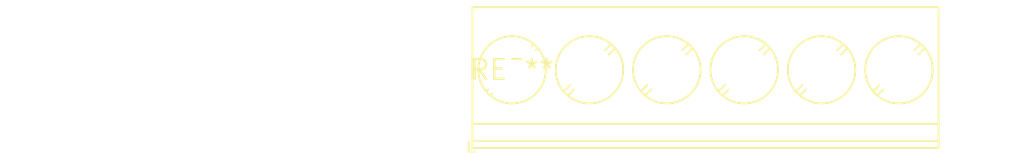
<source format=kicad_pcb>
(kicad_pcb (version 20240108) (generator pcbnew)
  (layers (0 "F.Cu" signal) (31 "B.Cu" signal) (34 "B.Paste" user) (35 "F.Paste" user) (36 "B.SilkS" user "B.Silkscreen") (37 "F.SilkS" user "F.Silkscreen") (38 "B.Mask" user) (39 "F.Mask" user) (44 "Edge.Cuts" user))
  (net 0 "")
  (footprint "TerminalBlock_Phoenix_PT-1,5-6-5.0-H_1x06_P5.00mm_Horizontal" (layer "F.Cu") (at 0 0)
    (property "Reference" "REF**")
    (property "Value" "TerminalBlock_Phoenix_PT-1,5-6-5.0-H_1x06_P5.00mm_Horizontal")
    (fp_line (start -2.8 4.66) (end -2.8 5.3) (layer "F.SilkS") (stroke (width 0.12)))
    (fp_line (start -2.8 5.3) (end -2.4 5.3) (layer "F.SilkS") (stroke (width 0.12)))
    (fp_line (start -2.56 -4.06) (end -2.56 5.06) (layer "F.SilkS") (stroke (width 0.12)))
    (fp_line (start -2.56 -4.06) (end 27.56 -4.06) (layer "F.SilkS") (stroke (width 0.12)))
    (fp_line (start -2.56 3.5) (end 27.56 3.5) (layer "F.SilkS") (stroke (width 0.12)))
    (fp_line (start -2.56 4.6) (end 27.56 4.6) (layer "F.SilkS") (stroke (width 0.12)))
    (fp_line (start -2.56 5.06) (end 27.56 5.06) (layer "F.SilkS") (stroke (width 0.12)))
    (fp_line (start -1.548 1.281) (end -1.654 1.388) (layer "F.SilkS") (stroke (width 0.12)))
    (fp_line (start -1.282 1.547) (end -1.388 1.654) (layer "F.SilkS") (stroke (width 0.12)))
    (fp_line (start 1.388 -1.654) (end 1.281 -1.547) (layer "F.SilkS") (stroke (width 0.12)))
    (fp_line (start 1.654 -1.388) (end 1.547 -1.281) (layer "F.SilkS") (stroke (width 0.12)))
    (fp_line (start 3.742 0.992) (end 3.347 1.388) (layer "F.SilkS") (stroke (width 0.12)))
    (fp_line (start 3.993 1.274) (end 3.613 1.654) (layer "F.SilkS") (stroke (width 0.12)))
    (fp_line (start 6.388 -1.654) (end 6.008 -1.274) (layer "F.SilkS") (stroke (width 0.12)))
    (fp_line (start 6.654 -1.388) (end 6.259 -0.992) (layer "F.SilkS") (stroke (width 0.12)))
    (fp_line (start 8.742 0.992) (end 8.347 1.388) (layer "F.SilkS") (stroke (width 0.12)))
    (fp_line (start 8.993 1.274) (end 8.613 1.654) (layer "F.SilkS") (stroke (width 0.12)))
    (fp_line (start 11.388 -1.654) (end 11.008 -1.274) (layer "F.SilkS") (stroke (width 0.12)))
    (fp_line (start 11.654 -1.388) (end 11.259 -0.992) (layer "F.SilkS") (stroke (width 0.12)))
    (fp_line (start 13.742 0.992) (end 13.347 1.388) (layer "F.SilkS") (stroke (width 0.12)))
    (fp_line (start 13.993 1.274) (end 13.613 1.654) (layer "F.SilkS") (stroke (width 0.12)))
    (fp_line (start 16.388 -1.654) (end 16.008 -1.274) (layer "F.SilkS") (stroke (width 0.12)))
    (fp_line (start 16.654 -1.388) (end 16.259 -0.992) (layer "F.SilkS") (stroke (width 0.12)))
    (fp_line (start 18.742 0.992) (end 18.347 1.388) (layer "F.SilkS") (stroke (width 0.12)))
    (fp_line (start 18.993 1.274) (end 18.613 1.654) (layer "F.SilkS") (stroke (width 0.12)))
    (fp_line (start 21.388 -1.654) (end 21.008 -1.274) (layer "F.SilkS") (stroke (width 0.12)))
    (fp_line (start 21.654 -1.388) (end 21.259 -0.992) (layer "F.SilkS") (stroke (width 0.12)))
    (fp_line (start 23.742 0.992) (end 23.347 1.388) (layer "F.SilkS") (stroke (width 0.12)))
    (fp_line (start 23.993 1.274) (end 23.613 1.654) (layer "F.SilkS") (stroke (width 0.12)))
    (fp_line (start 26.388 -1.654) (end 26.008 -1.274) (layer "F.SilkS") (stroke (width 0.12)))
    (fp_line (start 26.654 -1.388) (end 26.259 -0.992) (layer "F.SilkS") (stroke (width 0.12)))
    (fp_line (start 27.56 -4.06) (end 27.56 5.06) (layer "F.SilkS") (stroke (width 0.12)))
    (fp_circle (center 0 0) (end 2.18 0) (layer "F.SilkS") (stroke (width 0.12)) (fill none))
    (fp_circle (center 5 0) (end 7.18 0) (layer "F.SilkS") (stroke (width 0.12)) (fill none))
    (fp_circle (center 10 0) (end 12.18 0) (layer "F.SilkS") (stroke (width 0.12)) (fill none))
    (fp_circle (center 15 0) (end 17.18 0) (layer "F.SilkS") (stroke (width 0.12)) (fill none))
    (fp_circle (center 20 0) (end 22.18 0) (layer "F.SilkS") (stroke (width 0.12)) (fill none))
    (fp_circle (center 25 0) (end 27.18 0) (layer "F.SilkS") (stroke (width 0.12)) (fill none))
    (pad "1" thru_hole rect (at 0 0) (size 2.6 2.6) (drill 1.3) (layers *.Cu *.Mask) (remove_unused_layers))
    (pad "2" thru_hole circle (at 5 0) (size 2.6 2.6) (drill 1.3) (layers *.Cu *.Mask) (remove_unused_layers))
    (pad "3" thru_hole circle (at 10 0) (size 2.6 2.6) (drill 1.3) (layers *.Cu *.Mask) (remove_unused_layers))
    (pad "4" thru_hole circle (at 15 0) (size 2.6 2.6) (drill 1.3) (layers *.Cu *.Mask) (remove_unused_layers))
    (pad "5" thru_hole circle (at 20 0) (size 2.6 2.6) (drill 1.3) (layers *.Cu *.Mask) (remove_unused_layers))
    (pad "6" thru_hole circle (at 25 0) (size 2.6 2.6) (drill 1.3) (layers *.Cu *.Mask) (remove_unused_layers))
  )
)
</source>
